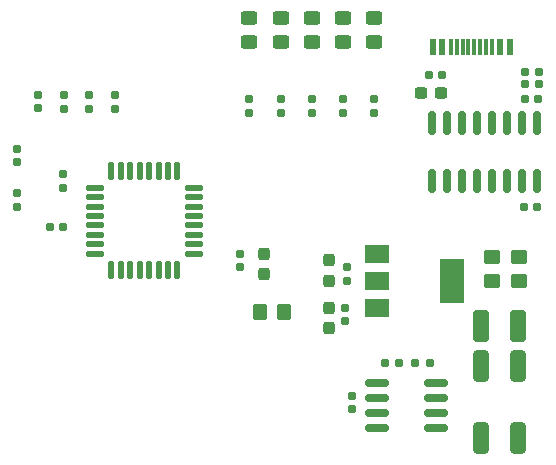
<source format=gbr>
%TF.GenerationSoftware,KiCad,Pcbnew,7.0.1*%
%TF.CreationDate,2023-04-25T22:28:34+08:00*%
%TF.ProjectId,MM32F0140_CAN_Core,4d4d3332-4630-4313-9430-5f43414e5f43,rev?*%
%TF.SameCoordinates,Original*%
%TF.FileFunction,Paste,Top*%
%TF.FilePolarity,Positive*%
%FSLAX46Y46*%
G04 Gerber Fmt 4.6, Leading zero omitted, Abs format (unit mm)*
G04 Created by KiCad (PCBNEW 7.0.1) date 2023-04-25 22:28:34*
%MOMM*%
%LPD*%
G01*
G04 APERTURE LIST*
G04 Aperture macros list*
%AMRoundRect*
0 Rectangle with rounded corners*
0 $1 Rounding radius*
0 $2 $3 $4 $5 $6 $7 $8 $9 X,Y pos of 4 corners*
0 Add a 4 corners polygon primitive as box body*
4,1,4,$2,$3,$4,$5,$6,$7,$8,$9,$2,$3,0*
0 Add four circle primitives for the rounded corners*
1,1,$1+$1,$2,$3*
1,1,$1+$1,$4,$5*
1,1,$1+$1,$6,$7*
1,1,$1+$1,$8,$9*
0 Add four rect primitives between the rounded corners*
20,1,$1+$1,$2,$3,$4,$5,0*
20,1,$1+$1,$4,$5,$6,$7,0*
20,1,$1+$1,$6,$7,$8,$9,0*
20,1,$1+$1,$8,$9,$2,$3,0*%
G04 Aperture macros list end*
%ADD10RoundRect,0.150000X-0.150000X0.825000X-0.150000X-0.825000X0.150000X-0.825000X0.150000X0.825000X0*%
%ADD11RoundRect,0.160000X0.160000X-0.197500X0.160000X0.197500X-0.160000X0.197500X-0.160000X-0.197500X0*%
%ADD12RoundRect,0.150000X-0.825000X-0.150000X0.825000X-0.150000X0.825000X0.150000X-0.825000X0.150000X0*%
%ADD13RoundRect,0.250000X-0.400000X-1.075000X0.400000X-1.075000X0.400000X1.075000X-0.400000X1.075000X0*%
%ADD14RoundRect,0.160000X-0.197500X-0.160000X0.197500X-0.160000X0.197500X0.160000X-0.197500X0.160000X0*%
%ADD15RoundRect,0.250000X0.350000X0.450000X-0.350000X0.450000X-0.350000X-0.450000X0.350000X-0.450000X0*%
%ADD16RoundRect,0.155000X0.155000X-0.212500X0.155000X0.212500X-0.155000X0.212500X-0.155000X-0.212500X0*%
%ADD17RoundRect,0.155000X0.212500X0.155000X-0.212500X0.155000X-0.212500X-0.155000X0.212500X-0.155000X0*%
%ADD18RoundRect,0.237500X-0.237500X0.300000X-0.237500X-0.300000X0.237500X-0.300000X0.237500X0.300000X0*%
%ADD19RoundRect,0.250000X-0.450000X0.325000X-0.450000X-0.325000X0.450000X-0.325000X0.450000X0.325000X0*%
%ADD20RoundRect,0.160000X-0.160000X0.197500X-0.160000X-0.197500X0.160000X-0.197500X0.160000X0.197500X0*%
%ADD21RoundRect,0.155000X-0.155000X0.212500X-0.155000X-0.212500X0.155000X-0.212500X0.155000X0.212500X0*%
%ADD22R,0.600000X1.450000*%
%ADD23R,0.300000X1.450000*%
%ADD24RoundRect,0.155000X-0.212500X-0.155000X0.212500X-0.155000X0.212500X0.155000X-0.212500X0.155000X0*%
%ADD25RoundRect,0.237500X0.300000X0.237500X-0.300000X0.237500X-0.300000X-0.237500X0.300000X-0.237500X0*%
%ADD26R,2.000000X1.500000*%
%ADD27R,2.000000X3.800000*%
%ADD28RoundRect,0.250000X0.450000X-0.350000X0.450000X0.350000X-0.450000X0.350000X-0.450000X-0.350000X0*%
%ADD29RoundRect,0.250000X0.400000X1.075000X-0.400000X1.075000X-0.400000X-1.075000X0.400000X-1.075000X0*%
%ADD30RoundRect,0.250000X-0.412500X-1.100000X0.412500X-1.100000X0.412500X1.100000X-0.412500X1.100000X0*%
%ADD31RoundRect,0.237500X0.237500X-0.300000X0.237500X0.300000X-0.237500X0.300000X-0.237500X-0.300000X0*%
%ADD32RoundRect,0.125000X-0.625000X-0.125000X0.625000X-0.125000X0.625000X0.125000X-0.625000X0.125000X0*%
%ADD33RoundRect,0.125000X-0.125000X-0.625000X0.125000X-0.625000X0.125000X0.625000X-0.125000X0.625000X0*%
G04 APERTURE END LIST*
D10*
%TO.C,U1*%
X171831000Y-102681000D03*
X170561000Y-102681000D03*
X169291000Y-102681000D03*
X168021000Y-102681000D03*
X166751000Y-102681000D03*
X165481000Y-102681000D03*
X164211000Y-102681000D03*
X162941000Y-102681000D03*
X162941000Y-107631000D03*
X164211000Y-107631000D03*
X165481000Y-107631000D03*
X166751000Y-107631000D03*
X168021000Y-107631000D03*
X169291000Y-107631000D03*
X170561000Y-107631000D03*
X171831000Y-107631000D03*
%TD*%
D11*
%TO.C,R6*%
X133890666Y-101532500D03*
X133890666Y-100337500D03*
%TD*%
D12*
%TO.C,U3*%
X158256000Y-124714000D03*
X158256000Y-125984000D03*
X158256000Y-127254000D03*
X158256000Y-128524000D03*
X163206000Y-128524000D03*
X163206000Y-127254000D03*
X163206000Y-125984000D03*
X163206000Y-124714000D03*
%TD*%
D13*
%TO.C,R16*%
X167055000Y-129413000D03*
X170155000Y-129413000D03*
%TD*%
D14*
%TO.C,R15*%
X158888500Y-123051000D03*
X160083500Y-123051000D03*
%TD*%
D15*
%TO.C,R13*%
X150352000Y-118745000D03*
X148352000Y-118745000D03*
%TD*%
D16*
%TO.C,C16*%
X156159000Y-126932500D03*
X156159000Y-125797500D03*
%TD*%
D17*
%TO.C,C3*%
X131699000Y-111506000D03*
X130564000Y-111506000D03*
%TD*%
D18*
%TO.C,C1*%
X148717000Y-113792000D03*
X148717000Y-115517000D03*
%TD*%
D19*
%TO.C,D1*%
X150082250Y-93819500D03*
X150082250Y-95869500D03*
%TD*%
D20*
%TO.C,R5*%
X136053000Y-100337500D03*
X136053000Y-101532500D03*
%TD*%
D21*
%TO.C,C5*%
X129576000Y-100347500D03*
X129576000Y-101482500D03*
%TD*%
D16*
%TO.C,C7*%
X127762000Y-109795500D03*
X127762000Y-108660500D03*
%TD*%
D21*
%TO.C,C6*%
X127762000Y-104910000D03*
X127762000Y-106045000D03*
%TD*%
D17*
%TO.C,C9*%
X163762500Y-98617000D03*
X162627500Y-98617000D03*
%TD*%
D21*
%TO.C,C13*%
X155575000Y-118364000D03*
X155575000Y-119499000D03*
%TD*%
D16*
%TO.C,C4*%
X131699000Y-108204000D03*
X131699000Y-107069000D03*
%TD*%
D22*
%TO.C,J4*%
X169493000Y-96312000D03*
X168693000Y-96312000D03*
D23*
X167493000Y-96312000D03*
X166493000Y-96312000D03*
X165993000Y-96312000D03*
X164993000Y-96312000D03*
D22*
X163793000Y-96312000D03*
X162993000Y-96312000D03*
X162993000Y-96312000D03*
X163793000Y-96312000D03*
D23*
X164493000Y-96312000D03*
X165493000Y-96312000D03*
X166993000Y-96312000D03*
X167993000Y-96312000D03*
D22*
X168693000Y-96312000D03*
X169493000Y-96312000D03*
%TD*%
D16*
%TO.C,C14*%
X155702000Y-116078000D03*
X155702000Y-114943000D03*
%TD*%
D19*
%TO.C,D4*%
X147447000Y-93819500D03*
X147447000Y-95869500D03*
%TD*%
D14*
%TO.C,R17*%
X161505000Y-123063000D03*
X162700000Y-123063000D03*
%TD*%
D24*
%TO.C,C11*%
X170763000Y-100649000D03*
X171898000Y-100649000D03*
%TD*%
D25*
%TO.C,C8*%
X163707500Y-100141000D03*
X161982500Y-100141000D03*
%TD*%
D26*
%TO.C,U2*%
X158267000Y-113778000D03*
X158267000Y-116078000D03*
D27*
X164567000Y-116078000D03*
D26*
X158267000Y-118378000D03*
%TD*%
D28*
%TO.C,R12*%
X168021000Y-116062000D03*
X168021000Y-114062000D03*
%TD*%
D29*
%TO.C,R14*%
X170155000Y-123317000D03*
X167055000Y-123317000D03*
%TD*%
D11*
%TO.C,R2*%
X150082250Y-101906000D03*
X150082250Y-100711000D03*
%TD*%
%TO.C,R8*%
X157988000Y-101906000D03*
X157988000Y-100711000D03*
%TD*%
%TO.C,R4*%
X155352750Y-101906000D03*
X155352750Y-100711000D03*
%TD*%
D18*
%TO.C,C12*%
X154178000Y-118364000D03*
X154178000Y-120089000D03*
%TD*%
D21*
%TO.C,C2*%
X146685000Y-113792000D03*
X146685000Y-114927000D03*
%TD*%
D11*
%TO.C,R3*%
X152717500Y-101906000D03*
X152717500Y-100711000D03*
%TD*%
D30*
%TO.C,C17*%
X167042500Y-119888000D03*
X170167500Y-119888000D03*
%TD*%
D14*
%TO.C,R9*%
X170763000Y-99379000D03*
X171958000Y-99379000D03*
%TD*%
D28*
%TO.C,R11*%
X170307000Y-116078000D03*
X170307000Y-114078000D03*
%TD*%
D31*
%TO.C,C15*%
X154178000Y-116078000D03*
X154178000Y-114353000D03*
%TD*%
D19*
%TO.C,D2*%
X152717500Y-93819500D03*
X152717500Y-95869500D03*
%TD*%
%TO.C,D3*%
X155352750Y-93819500D03*
X155352750Y-95869500D03*
%TD*%
D11*
%TO.C,R7*%
X147447000Y-101906000D03*
X147447000Y-100711000D03*
%TD*%
D19*
%TO.C,D5*%
X157988000Y-93819500D03*
X157988000Y-95869500D03*
%TD*%
D14*
%TO.C,R10*%
X170763000Y-98363000D03*
X171958000Y-98363000D03*
%TD*%
D11*
%TO.C,R1*%
X131728333Y-101532500D03*
X131728333Y-100337500D03*
%TD*%
D32*
%TO.C,IC1*%
X134382000Y-108198000D03*
X134382000Y-108998000D03*
X134382000Y-109798000D03*
X134382000Y-110598000D03*
X134382000Y-111398000D03*
X134382000Y-112198000D03*
X134382000Y-112998000D03*
X134382000Y-113798000D03*
D33*
X135757000Y-115173000D03*
X136557000Y-115173000D03*
X137357000Y-115173000D03*
X138157000Y-115173000D03*
X138957000Y-115173000D03*
X139757000Y-115173000D03*
X140557000Y-115173000D03*
X141357000Y-115173000D03*
D32*
X142732000Y-113798000D03*
X142732000Y-112998000D03*
X142732000Y-112198000D03*
X142732000Y-111398000D03*
X142732000Y-110598000D03*
X142732000Y-109798000D03*
X142732000Y-108998000D03*
X142732000Y-108198000D03*
D33*
X141357000Y-106823000D03*
X140557000Y-106823000D03*
X139757000Y-106823000D03*
X138957000Y-106823000D03*
X138157000Y-106823000D03*
X137357000Y-106823000D03*
X136557000Y-106823000D03*
X135757000Y-106823000D03*
%TD*%
D17*
%TO.C,C10*%
X171831000Y-109855000D03*
X170696000Y-109855000D03*
%TD*%
M02*

</source>
